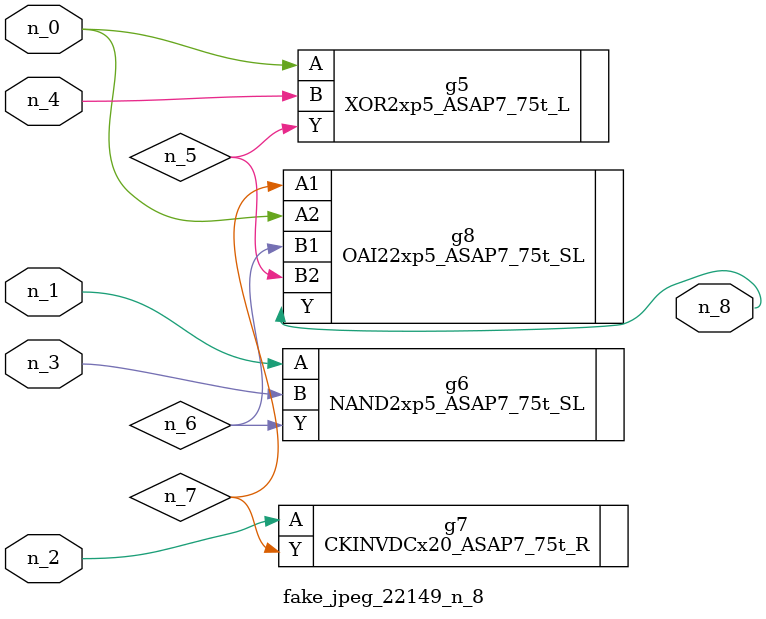
<source format=v>
module fake_jpeg_22149_n_8 (n_3, n_2, n_1, n_0, n_4, n_8);

input n_3;
input n_2;
input n_1;
input n_0;
input n_4;

output n_8;

wire n_6;
wire n_5;
wire n_7;

XOR2xp5_ASAP7_75t_L g5 ( 
.A(n_0),
.B(n_4),
.Y(n_5)
);

NAND2xp5_ASAP7_75t_SL g6 ( 
.A(n_1),
.B(n_3),
.Y(n_6)
);

CKINVDCx20_ASAP7_75t_R g7 ( 
.A(n_2),
.Y(n_7)
);

OAI22xp5_ASAP7_75t_SL g8 ( 
.A1(n_7),
.A2(n_0),
.B1(n_6),
.B2(n_5),
.Y(n_8)
);


endmodule
</source>
